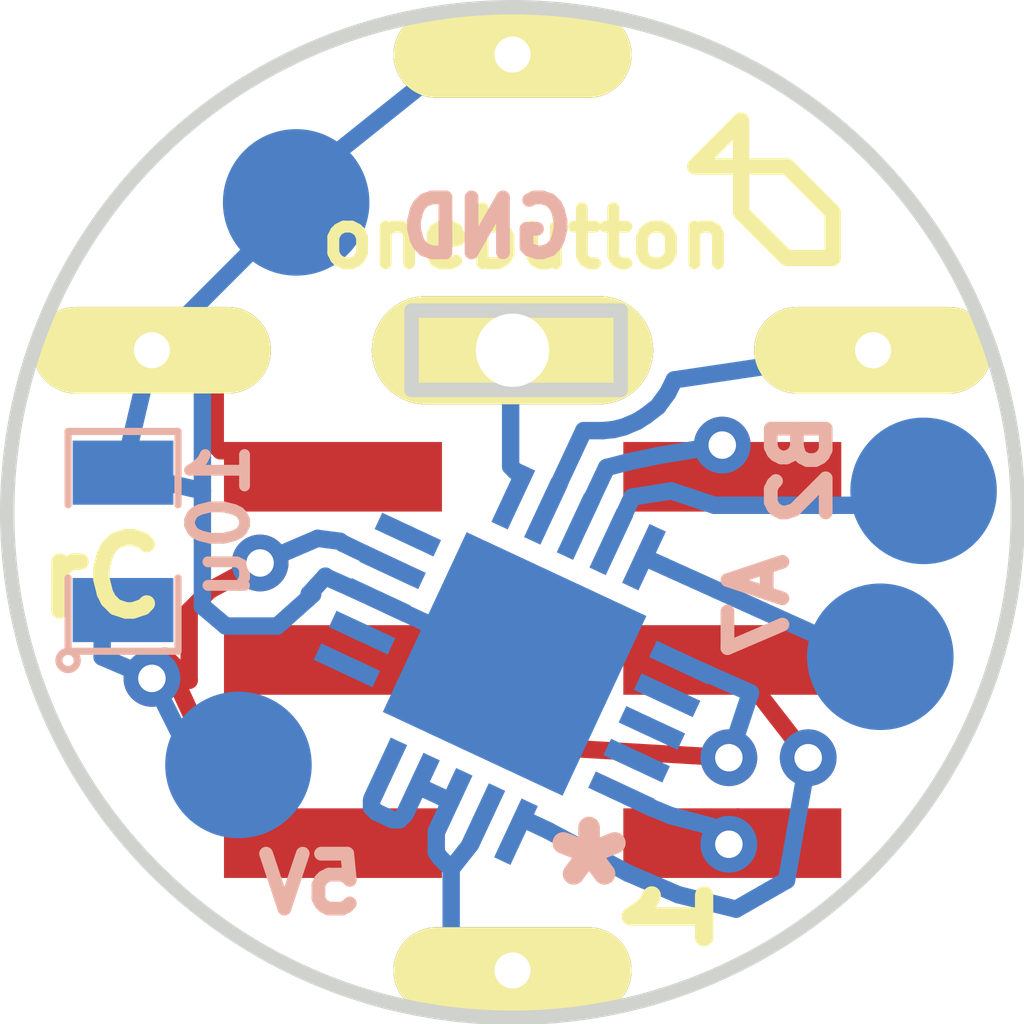
<source format=kicad_pcb>
(kicad_pcb (version 3) (host pcbnew "(2013-jul-07)-stable")

  (general
    (links 21)
    (no_connects 0)
    (area 92.8843 41.7587 107.787033 60.384182)
    (thickness 1.6)
    (drawings 20)
    (tracks 140)
    (zones 0)
    (modules 8)
    (nets 12)
  )

  (page User 139.7 127)
  (layers
    (15 F.Cu signal)
    (0 B.Cu signal)
    (16 B.Adhes user)
    (17 F.Adhes user)
    (18 B.Paste user)
    (19 F.Paste user)
    (20 B.SilkS user)
    (21 F.SilkS user)
    (22 B.Mask user)
    (23 F.Mask user)
    (24 Dwgs.User user)
    (25 Cmts.User user)
    (26 Eco1.User user)
    (27 Eco2.User user)
    (28 Edge.Cuts user)
  )

  (setup
    (last_trace_width 0.2413)
    (trace_clearance 0.2413)
    (zone_clearance 0.508)
    (zone_45_only no)
    (trace_min 0.2413)
    (segment_width 0.2254)
    (edge_width 0.2)
    (via_size 0.7874)
    (via_drill 0.381)
    (via_min_size 0.762)
    (via_min_drill 0.381)
    (uvia_size 0.508)
    (uvia_drill 0.127)
    (uvias_allowed no)
    (uvia_min_size 0.508)
    (uvia_min_drill 0.127)
    (pcb_text_width 0.3)
    (pcb_text_size 1.5 1.5)
    (mod_edge_width 0.15)
    (mod_text_size 1 1)
    (mod_text_width 0.15)
    (pad_size 3.9 1.5)
    (pad_drill 1.016)
    (pad_to_mask_clearance 0.0508)
    (solder_mask_min_width 0.0508)
    (aux_axis_origin 0 0)
    (visible_elements FFFFFFBF)
    (pcbplotparams
      (layerselection 284196865)
      (usegerberextensions true)
      (excludeedgelayer true)
      (linewidth 0.150000)
      (plotframeref false)
      (viasonmask false)
      (mode 1)
      (useauxorigin false)
      (hpglpennumber 1)
      (hpglpenspeed 20)
      (hpglpendiameter 15)
      (hpglpenoverlay 2)
      (psnegative false)
      (psa4output false)
      (plotreference true)
      (plotvalue true)
      (plotothertext true)
      (plotinvisibletext false)
      (padsonsilk false)
      (subtractmaskfromsilk false)
      (outputformat 1)
      (mirror false)
      (drillshape 0)
      (scaleselection 1)
      (outputdirectory t441-onebuttonC-gerbers))
  )

  (net 0 "")
  (net 1 +5V)
  (net 2 GND)
  (net 3 MISO)
  (net 4 MOSI)
  (net 5 N-000008)
  (net 6 N-000009)
  (net 7 RST)
  (net 8 SA)
  (net 9 SB)
  (net 10 SCK)
  (net 11 WS)

  (net_class Default "This is the default net class."
    (clearance 0.2413)
    (trace_width 0.2413)
    (via_dia 0.7874)
    (via_drill 0.381)
    (uvia_dia 0.508)
    (uvia_drill 0.127)
    (add_net "")
    (add_net MISO)
    (add_net MOSI)
    (add_net N-000008)
    (add_net N-000009)
    (add_net RST)
    (add_net SA)
    (add_net SB)
    (add_net SCK)
    (add_net WS)
  )

  (net_class POWER ""
    (clearance 0.2413)
    (trace_width 0.2413)
    (via_dia 0.7874)
    (via_drill 0.381)
    (uvia_dia 0.508)
    (uvia_drill 0.127)
    (add_net +5V)
    (add_net GND)
  )

  (module WS_SWITCH (layer F.Cu) (tedit 55245F3C) (tstamp 54E67376)
    (at 100 50)
    (path /54E66EBF)
    (fp_text reference SW1 (at -0.254 -4.191) (layer F.SilkS) hide
      (effects (font (size 1 1) (thickness 0.15)))
    )
    (fp_text value WS_SWITCH (at 0.127 0.254) (layer F.SilkS) hide
      (effects (font (size 1 1) (thickness 0.15)))
    )
    (pad 1 thru_hole oval (at -5 -2.25) (size 3.3 1.2) (drill 0.5)
      (layers *.Cu *.Mask F.SilkS)
      (net 2 GND)
    )
    (pad 2 thru_hole oval (at 0 -2.25) (size 3.9 1.5) (drill 1.016)
      (layers *.Cu *.Mask F.SilkS)
      (net 9 SB)
    )
    (pad 3 thru_hole oval (at 5 -2.25) (size 3.3 1.2) (drill 0.5)
      (layers *.Cu *.Mask F.SilkS)
      (net 8 SA)
    )
    (pad 4 thru_hole oval (at 0 -6.35) (size 3.3 1.2) (drill 0.5)
      (layers *.Cu *.Mask F.SilkS)
      (net 2 GND)
    )
    (pad 5 thru_hole oval (at 0 6.35) (size 3.3 1.2) (drill 0.5)
      (layers *.Cu *.Mask F.SilkS)
      (net 11 WS)
    )
  )

  (module SM0805 (layer B.Cu) (tedit 552306F7) (tstamp 54D25809)
    (at 94.6 50.4 90)
    (path /54D25909)
    (attr smd)
    (fp_text reference C2 (at 0.03 1.75 90) (layer B.SilkS) hide
      (effects (font (size 1 1) (thickness 0.15)) (justify mirror))
    )
    (fp_text value 10u (at 0.2786 1.3398 90) (layer B.SilkS)
      (effects (font (size 0.762 0.762) (thickness 0.15)) (justify mirror))
    )
    (fp_circle (center -1.651 -0.762) (end -1.651 -0.635) (layer B.SilkS) (width 0.09906))
    (fp_line (start -0.508 -0.762) (end -1.524 -0.762) (layer B.SilkS) (width 0.09906))
    (fp_line (start -1.524 -0.762) (end -1.524 0.762) (layer B.SilkS) (width 0.09906))
    (fp_line (start -1.524 0.762) (end -0.508 0.762) (layer B.SilkS) (width 0.09906))
    (fp_line (start 0.508 0.762) (end 1.524 0.762) (layer B.SilkS) (width 0.09906))
    (fp_line (start 1.524 0.762) (end 1.524 -0.762) (layer B.SilkS) (width 0.09906))
    (fp_line (start 1.524 -0.762) (end 0.508 -0.762) (layer B.SilkS) (width 0.09906))
    (pad 1 smd rect (at -0.9525 0 90) (size 0.889 1.397)
      (layers B.Cu B.Paste B.Mask)
      (net 1 +5V)
    )
    (pad 2 smd rect (at 0.9525 0 90) (size 0.889 1.397)
      (layers B.Cu B.Paste B.Mask)
      (net 2 GND)
    )
    (model smd/chip_cms.wrl
      (at (xyz 0 0 0))
      (scale (xyz 0.1 0.1 0.1))
      (rotate (xyz 0 0 0))
    )
  )

  (module RIBBON6SMT (layer F.Cu) (tedit 54E679FA) (tstamp 54D25820)
    (at 97.5106 54.5846 90)
    (path /54D258DD)
    (fp_text reference J1 (at 0 -3.81 90) (layer F.SilkS) hide
      (effects (font (size 1 1) (thickness 0.15)))
    )
    (fp_text value AVRISP6 (at 2.3799 3.0172 90) (layer F.SilkS) hide
      (effects (font (size 1 1) (thickness 0.15)))
    )
    (pad 2 smd rect (at 0 0 90) (size 0.9652 3.0226)
      (layers F.Cu F.Paste F.Mask)
      (net 1 +5V)
    )
    (pad 4 smd rect (at 2.54 0 90) (size 0.9652 3.0226)
      (layers F.Cu F.Paste F.Mask)
      (net 4 MOSI)
    )
    (pad 6 smd rect (at 5.08 0 90) (size 0.9652 3.0226)
      (layers F.Cu F.Paste F.Mask)
      (net 2 GND)
    )
    (pad 1 smd rect (at 0 5.5372 90) (size 0.9652 3.0226)
      (layers F.Cu F.Paste F.Mask)
      (net 3 MISO)
    )
    (pad 3 smd rect (at 2.54 5.5372 90) (size 0.9652 3.0226)
      (layers F.Cu F.Paste F.Mask)
      (net 10 SCK)
    )
    (pad 5 smd rect (at 5.08 5.5372 90) (size 0.9652 3.0226)
      (layers F.Cu F.Paste F.Mask)
      (net 7 RST)
    )
  )

  (module QFN20 (layer B.Cu) (tedit 54E6A80E) (tstamp 54D25839)
    (at 100.0292 52.0999 65)
    (path /54D2587C)
    (fp_text reference U1 (at -2.49428 2.23012 65) (layer B.SilkS) hide
      (effects (font (size 1 1) (thickness 0.15)) (justify mirror))
    )
    (fp_text value ATTINY441-QFN (at -0.21156 3.50368 65) (layer B.SilkS) hide
      (effects (font (size 1 1) (thickness 0.15)) (justify mirror))
    )
    (pad 21 smd rect (at 0 0 65) (size 2.75 2.75)
      (layers B.Cu B.Paste B.Mask)
      (net 2 GND)
    )
    (pad 1 smd rect (at -2.1 1 65) (size 0.9 0.25)
      (layers B.Cu B.Paste B.Mask)
      (net 10 SCK)
    )
    (pad 2 smd rect (at -2.1 0.5 65) (size 0.9 0.25)
      (layers B.Cu B.Paste B.Mask)
      (net 11 WS)
    )
    (pad 3 smd rect (at -2.1 0 65) (size 0.9 0.25)
      (layers B.Cu B.Paste B.Mask)
      (net 11 WS)
    )
    (pad 4 smd rect (at -2.1 -0.5 65) (size 0.9 0.25)
      (layers B.Cu B.Paste B.Mask)
      (net 11 WS)
    )
    (pad 5 smd rect (at -2.1 -1 65) (size 0.9 0.25)
      (layers B.Cu B.Paste B.Mask)
      (net 11 WS)
    )
    (pad 6 smd rect (at -1 -2.1 335) (size 0.9 0.25)
      (layers B.Cu B.Paste B.Mask)
    )
    (pad 7 smd rect (at -0.5 -2.1 335) (size 0.9 0.25)
      (layers B.Cu B.Paste B.Mask)
    )
    (pad 8 smd rect (at 0 -2.1 335) (size 0.9 0.25)
      (layers B.Cu B.Paste B.Mask)
      (net 2 GND)
    )
    (pad 9 smd rect (at 0.5 -2.1 335) (size 0.9 0.25)
      (layers B.Cu B.Paste B.Mask)
      (net 1 +5V)
    )
    (pad 10 smd rect (at 1 -2.1 335) (size 0.9 0.25)
      (layers B.Cu B.Paste B.Mask)
    )
    (pad 11 smd rect (at 2.1 -1 245) (size 0.9 0.25)
      (layers B.Cu B.Paste B.Mask)
      (net 9 SB)
    )
    (pad 12 smd rect (at 2.1 -0.5 245) (size 0.9 0.25)
      (layers B.Cu B.Paste B.Mask)
      (net 8 SA)
    )
    (pad 13 smd rect (at 2.1 0 245) (size 0.9 0.25)
      (layers B.Cu B.Paste B.Mask)
      (net 7 RST)
    )
    (pad 14 smd rect (at 2.1 0.5 245) (size 0.9 0.25)
      (layers B.Cu B.Paste B.Mask)
      (net 5 N-000008)
    )
    (pad 15 smd rect (at 2.1 1 245) (size 0.9 0.25)
      (layers B.Cu B.Paste B.Mask)
      (net 6 N-000009)
    )
    (pad 16 smd rect (at 1 2.1 155) (size 0.9 0.25)
      (layers B.Cu B.Paste B.Mask)
      (net 4 MOSI)
    )
    (pad 17 smd rect (at 0.5 2.1 155) (size 0.9 0.25)
      (layers B.Cu B.Paste B.Mask)
    )
    (pad 18 smd rect (at 0 2.1 155) (size 0.9 0.25)
      (layers B.Cu B.Paste B.Mask)
    )
    (pad 19 smd rect (at -0.5 2.1 155) (size 0.9 0.25)
      (layers B.Cu B.Paste B.Mask)
    )
    (pad 20 smd rect (at -1 2.1 155) (size 0.9 0.25)
      (layers B.Cu B.Paste B.Mask)
      (net 3 MISO)
    )
  )

  (module .1SMTPIN (layer B.Cu) (tedit 55245E9D) (tstamp 552304F5)
    (at 105.1 52)
    (path /552304AD)
    (fp_text reference P1 (at 0 0) (layer B.SilkS) hide
      (effects (font (size 1.524 1.524) (thickness 0.3048)) (justify mirror))
    )
    (fp_text value A7 (at -1.7 -0.7 90) (layer B.SilkS)
      (effects (font (size 0.762 0.762) (thickness 0.1905)) (justify mirror))
    )
    (pad 1 smd circle (at 0 0) (size 2.032 2.032)
      (layers B.Cu B.Paste B.Mask)
      (net 6 N-000009)
    )
  )

  (module .1SMTPIN (layer B.Cu) (tedit 55245E9A) (tstamp 552304FA)
    (at 105.7 49.7)
    (path /552304F5)
    (fp_text reference P2 (at 0 0) (layer B.SilkS) hide
      (effects (font (size 1.524 1.524) (thickness 0.3048)) (justify mirror))
    )
    (fp_text value B2 (at -1.7 -0.3 90) (layer B.SilkS)
      (effects (font (size 0.762 0.762) (thickness 0.1905)) (justify mirror))
    )
    (pad 1 smd circle (at 0 0) (size 2.032 2.032)
      (layers B.Cu B.Paste B.Mask)
      (net 5 N-000008)
    )
  )

  (module .1SMTPIN (layer B.Cu) (tedit 552306D6) (tstamp 55230698)
    (at 96.2 53.5)
    (path /5523066C)
    (fp_text reference P3 (at 0 0) (layer B.SilkS) hide
      (effects (font (size 1.524 1.524) (thickness 0.3048)) (justify mirror))
    )
    (fp_text value 5V (at 1 1.65) (layer B.SilkS)
      (effects (font (size 0.762 0.762) (thickness 0.1905)) (justify mirror))
    )
    (pad 1 smd circle (at 0 0) (size 2.032 2.032)
      (layers B.Cu B.Paste B.Mask)
      (net 1 +5V)
    )
  )

  (module .1SMTPIN (layer B.Cu) (tedit 552306FF) (tstamp 5523069D)
    (at 97 45.7)
    (path /55230672)
    (fp_text reference P4 (at 0 0) (layer B.SilkS) hide
      (effects (font (size 1.524 1.524) (thickness 0.3048)) (justify mirror))
    )
    (fp_text value GND (at 2.65 0.35) (layer B.SilkS)
      (effects (font (size 0.762 0.762) (thickness 0.1905)) (justify mirror))
    )
    (pad 1 smd circle (at 0 0) (size 2.032 2.032)
      (layers B.Cu B.Paste B.Mask)
      (net 2 GND)
    )
  )

  (gr_line (start 98.6 48.3) (end 98.6 47.2) (angle 90) (layer Edge.Cuts) (width 0.2))
  (gr_line (start 101.5 48.3) (end 98.6 48.3) (angle 90) (layer Edge.Cuts) (width 0.2))
  (gr_line (start 101.5 47.2) (end 101.5 48.3) (angle 90) (layer Edge.Cuts) (width 0.2))
  (gr_line (start 98.6 47.2) (end 101.5 47.2) (angle 90) (layer Edge.Cuts) (width 0.2))
  (gr_circle (center 100 50) (end 107 49.7) (layer Edge.Cuts) (width 0.2))
  (gr_text onebutton (at 100.2 46.2) (layer F.SilkS)
    (effects (font (size 0.762 0.762) (thickness 0.1651)))
  )
  (gr_text rC (at 94.3 50.9) (layer F.SilkS)
    (effects (font (size 1.016 1.016) (thickness 0.2286)))
  )
  (gr_text * (at 101.06152 55.18912) (layer B.SilkS)
    (effects (font (size 1.5 1.5) (thickness 0.3)) (justify mirror))
  )
  (gr_text 1 (at 102.2 55.6 90) (layer F.SilkS)
    (effects (font (size 1.016 1.016) (thickness 0.254)) (justify mirror))
  )
  (gr_line (start 104.4391 45.8367) (end 104.4391 46.4717) (angle 90) (layer F.SilkS) (width 0.2254))
  (gr_line (start 103.8041 45.2017) (end 104.4391 45.8367) (angle 90) (layer F.SilkS) (width 0.2254))
  (gr_line (start 103.1691 45.2017) (end 103.8041 45.2017) (angle 90) (layer F.SilkS) (width 0.2254))
  (gr_line (start 102.5341 45.2017) (end 103.1691 45.2017) (angle 90) (layer F.SilkS) (width 0.2254))
  (gr_line (start 103.1691 44.5667) (end 102.5341 45.2017) (angle 90) (layer F.SilkS) (width 0.2254))
  (gr_line (start 103.1691 45.2017) (end 103.1691 44.5667) (angle 90) (layer F.SilkS) (width 0.2254))
  (gr_line (start 102.5341 45.2017) (end 103.1691 45.2017) (angle 90) (layer F.SilkS) (width 0.2))
  (gr_line (start 103.1691 45.2017) (end 102.5341 45.2017) (angle 90) (layer F.SilkS) (width 0.2))
  (gr_line (start 103.1691 45.8367) (end 103.1691 45.2017) (angle 90) (layer F.SilkS) (width 0.2254))
  (gr_line (start 103.8041 46.4717) (end 103.1691 45.8367) (angle 90) (layer F.SilkS) (width 0.2254))
  (gr_line (start 104.4391 46.4717) (end 103.8041 46.4717) (angle 90) (layer F.SilkS) (width 0.2254))

  (segment (start 94.3102 52) (end 94.3102 51.6423) (width 0.2413) (layer B.Cu) (net 1))
  (segment (start 94.3102 51.6423) (end 94.6 51.3525) (width 0.2413) (layer B.Cu) (net 1) (tstamp 55245DDE))
  (segment (start 96 54.3) (end 95 52.3) (width 0.2413) (layer B.Cu) (net 1) (tstamp 552306D5))
  (segment (start 94.3102 51.9811) (end 94.3102 52) (width 0.2413) (layer B.Cu) (net 1))
  (segment (start 94.3102 52) (end 94.3102 52.00396) (width 0.2413) (layer B.Cu) (net 1) (tstamp 55245DDC))
  (segment (start 95.355733 52.388613) (end 95.355733 52.388612) (width 0.2413) (layer F.Cu) (net 1) (tstamp 54E6C84E))
  (segment (start 95.088613 52.388613) (end 95.355733 52.388613) (width 0.2413) (layer F.Cu) (net 1) (tstamp 54E6C84C))
  (segment (start 95 52.3) (end 95.088613 52.388613) (width 0.2413) (layer F.Cu) (net 1) (tstamp 54E6C84B))
  (via (at 95 52.3) (size 0.7874) (layers F.Cu B.Cu) (net 1))
  (segment (start 94.3102 52.00396) (end 95 52.3) (width 0.2413) (layer B.Cu) (net 1) (tstamp 54E6C847))
  (via (at 96.5 50.7) (size 0.7874) (layers F.Cu B.Cu) (net 1))
  (segment (start 97.29724 50.35804) (end 96.5 50.7) (width 0.2413) (layer B.Cu) (net 1))
  (segment (start 97.60712 50.39868) (end 97.29724 50.35804) (width 0.2413) (layer B.Cu) (net 1))
  (segment (start 97.64822 50.42838) (end 97.60712 50.39868) (width 0.2413) (layer B.Cu) (net 1))
  (segment (start 98.0407 50.6161) (end 97.64822 50.42838) (width 0.2413) (layer B.Cu) (net 1))
  (segment (start 98.3373 50.7592) (end 98.0407 50.6161) (width 0.2413) (layer B.Cu) (net 1))
  (segment (start 95.7993 51.0792) (end 96.5 50.7) (width 0.2413) (layer F.Cu) (net 1))
  (segment (start 95.5165 51.362) (end 95.7993 51.0792) (width 0.2413) (layer F.Cu) (net 1))
  (segment (start 95.5165 52.3272) (end 95.5165 51.362) (width 0.2413) (layer F.Cu) (net 1))
  (segment (start 95.17506 51.992) (end 95.5165 52.3272) (width 0.2413) (layer F.Cu) (net 1))
  (segment (start 96.12 54.052) (end 95.355733 52.388612) (width 0.2413) (layer F.Cu) (net 1))
  (segment (start 95.355733 52.388612) (end 95.17506 51.992) (width 0.2413) (layer F.Cu) (net 1) (tstamp 54E6C84F))
  (segment (start 96.12 54.102) (end 96.12 54.052) (width 0.2413) (layer F.Cu) (net 1))
  (segment (start 96.12 54.2227) (end 96.12 54.102) (width 0.2413) (layer F.Cu) (net 1))
  (segment (start 97.5106 54.5846) (end 96.12 54.2227) (width 0.2413) (layer F.Cu) (net 1))
  (segment (start 95.7 49.7) (end 94.6 49.4475) (width 0.2413) (layer B.Cu) (net 2) (tstamp 55245EC1) (status 800000))
  (segment (start 94.6 49.4475) (end 95 47.75) (width 0.2413) (layer B.Cu) (net 2) (tstamp 55245EBA) (status C00000))
  (segment (start 96.5475 45.5) (end 97.2 45.3) (width 0.2413) (layer B.Cu) (net 2))
  (segment (start 98.7 44.1) (end 100 43.65) (width 0.2413) (layer B.Cu) (net 2) (tstamp 54E6C832) (status 800000))
  (segment (start 97.2 45.3) (end 98.7 44.1) (width 0.2413) (layer B.Cu) (net 2) (tstamp 54E6C831))
  (segment (start 96.5475 45.5) (end 96.5475 46.2025) (width 0.2413) (layer B.Cu) (net 2))
  (segment (start 96.5475 46.2025) (end 95 47.75) (width 0.2413) (layer B.Cu) (net 2) (tstamp 54E6A7E0))
  (segment (start 98.8914 51.5719) (end 100.0292 52.0999) (width 0.2413) (layer B.Cu) (net 2))
  (segment (start 98.782 51.5209) (end 98.8914 51.5719) (width 0.2413) (layer B.Cu) (net 2))
  (segment (start 98.5323 51.4059) (end 98.782 51.5209) (width 0.2413) (layer B.Cu) (net 2))
  (segment (start 98.4229 51.3549) (end 98.5323 51.4059) (width 0.2413) (layer B.Cu) (net 2))
  (segment (start 98.126 51.2124) (end 98.4229 51.3549) (width 0.2413) (layer B.Cu) (net 2))
  (segment (start 97.8258 51.0771) (end 98.126 51.2124) (width 0.2413) (layer B.Cu) (net 2))
  (segment (start 97.41916 50.89652) (end 97.8258 51.0771) (width 0.2413) (layer B.Cu) (net 2))
  (segment (start 97.40666 50.88422) (end 97.41916 50.89652) (width 0.2413) (layer B.Cu) (net 2))
  (segment (start 97.40576 50.88342) (end 97.40666 50.88422) (width 0.2413) (layer B.Cu) (net 2))
  (segment (start 97.1804 51.1302) (end 97.40576 50.88342) (width 0.2413) (layer B.Cu) (net 2))
  (segment (start 97.22708 51.13756) (end 97.1804 51.1302) (width 0.2413) (layer B.Cu) (net 2))
  (segment (start 96.7392 51.5739) (end 97.22708 51.13756) (width 0.2413) (layer B.Cu) (net 2))
  (segment (start 96.0232 51.5739) (end 96.7392 51.5739) (width 0.2413) (layer B.Cu) (net 2))
  (segment (start 95.7 51.3) (end 96.0232 51.5739) (width 0.2413) (layer B.Cu) (net 2))
  (segment (start 95.5169 47.75) (end 95.7 48.3) (width 0.2413) (layer B.Cu) (net 2))
  (segment (start 95.7 48.3) (end 95.7 49.7) (width 0.2413) (layer B.Cu) (net 2) (tstamp 54E6C851))
  (segment (start 95.7 49.7) (end 95.7 51.3) (width 0.2413) (layer B.Cu) (net 2) (tstamp 55245EBF))
  (segment (start 95 47.75) (end 95.5169 47.75) (width 0.2413) (layer B.Cu) (net 2))
  (segment (start 95.8786 47.75) (end 95 47.75) (width 0.2413) (layer F.Cu) (net 2))
  (segment (start 95.8786 49.072) (end 95.8786 47.75) (width 0.2413) (layer F.Cu) (net 2))
  (segment (start 95.9493 49.1427) (end 95.8786 49.072) (width 0.2413) (layer F.Cu) (net 2))
  (segment (start 95.9993 49.1427) (end 95.9493 49.1427) (width 0.2413) (layer F.Cu) (net 2))
  (segment (start 96.12 49.1427) (end 95.9993 49.1427) (width 0.2413) (layer F.Cu) (net 2))
  (segment (start 97.5106 49.5046) (end 96.12 49.1427) (width 0.2413) (layer F.Cu) (net 2))
  (via (at 103 54.6) (size 0.7874) (layers F.Cu B.Cu) (net 3))
  (segment (start 102.75 54.35) (end 103 54.6) (width 0.2413) (layer B.Cu) (net 3))
  (segment (start 102.19436 54.2036) (end 102.75 54.35) (width 0.2413) (layer B.Cu) (net 3))
  (segment (start 101.9319 54.095) (end 102.19436 54.2036) (width 0.2413) (layer B.Cu) (net 3))
  (segment (start 101.9159 54.0876) (end 101.9319 54.095) (width 0.2413) (layer B.Cu) (net 3))
  (segment (start 101.8065 54.0366) (end 101.9159 54.0876) (width 0.2413) (layer B.Cu) (net 3))
  (segment (start 101.5098 53.8937) (end 101.8065 54.0366) (width 0.2413) (layer B.Cu) (net 3))
  (segment (start 103.1229 54.2227) (end 103.0478 54.5846) (width 0.2413) (layer F.Cu) (net 3))
  (segment (start 104.25 54.3) (end 103.1229 54.2227) (width 0.2413) (layer F.Cu) (net 3))
  (segment (start 103 54.6) (end 104.25 54.3) (width 0.2413) (layer F.Cu) (net 3))
  (segment (start 102.355065 52.081091) (end 103.3 52.5) (width 0.2413) (layer B.Cu) (net 4) (tstamp 55245E84) (status 400000))
  (segment (start 98.9012 51.6827) (end 97.5106 52.0446) (width 0.2413) (layer F.Cu) (net 4))
  (segment (start 99.0219 51.6827) (end 98.9012 51.6827) (width 0.2413) (layer F.Cu) (net 4))
  (segment (start 99.0719 51.6827) (end 99.0219 51.6827) (width 0.2413) (layer F.Cu) (net 4))
  (segment (start 100.45 53.25) (end 99.0719 51.6827) (width 0.2413) (layer F.Cu) (net 4))
  (segment (start 103 53.4) (end 100.45 53.25) (width 0.2413) (layer F.Cu) (net 4))
  (via (at 103 53.4) (size 0.7874) (layers F.Cu B.Cu) (net 4))
  (segment (start 103.3 52.5) (end 103 53.4) (width 0.2413) (layer B.Cu) (net 4) (tstamp 55245E88))
  (segment (start 101.369852 50.407963) (end 101.65842 49.78654) (width 0.2413) (layer B.Cu) (net 5) (tstamp 5523062C))
  (segment (start 103.7 49.9) (end 105.85 49.9) (width 0.2413) (layer B.Cu) (net 5) (tstamp 55230635))
  (segment (start 102.8 49.9) (end 103.7 49.9) (width 0.2413) (layer B.Cu) (net 5) (tstamp 55230634))
  (segment (start 102.2 49.7) (end 102.8 49.9) (width 0.2413) (layer B.Cu) (net 5) (tstamp 55230632))
  (segment (start 101.65842 49.78654) (end 102.2 49.7) (width 0.2413) (layer B.Cu) (net 5) (tstamp 5523062E))
  (segment (start 101.823006 50.619272) (end 104.55 51.85) (width 0.2413) (layer B.Cu) (net 6) (tstamp 55230610))
  (segment (start 100.916698 50.196654) (end 101.30536 49.37506) (width 0.2413) (layer B.Cu) (net 7) (tstamp 5523087A))
  (segment (start 102.9081 49.06518) (end 103.0478 49.5046) (width 0.2413) (layer F.Cu) (net 7) (tstamp 55230897))
  (via (at 102.9081 49.06518) (size 0.7874) (layers F.Cu B.Cu) (net 7))
  (segment (start 102.80142 49.08042) (end 102.9081 49.06518) (width 0.2413) (layer B.Cu) (net 7) (tstamp 55230894))
  (segment (start 102.01148 49.2125) (end 102.80142 49.08042) (width 0.2413) (layer B.Cu) (net 7) (tstamp 55230890))
  (segment (start 101.61524 49.29632) (end 102.01148 49.2125) (width 0.2413) (layer B.Cu) (net 7) (tstamp 5523088D))
  (segment (start 101.30536 49.37506) (end 101.61524 49.29632) (width 0.2413) (layer B.Cu) (net 7) (tstamp 5523087E))
  (segment (start 100.463544 49.985345) (end 100.98786 48.86452) (width 0.2413) (layer B.Cu) (net 8) (tstamp 55230846))
  (segment (start 102.24262 48.16094) (end 105 47.75) (width 0.2413) (layer B.Cu) (net 8) (tstamp 5523085E))
  (segment (start 102.15372 48.34128) (end 102.24262 48.16094) (width 0.2413) (layer B.Cu) (net 8) (tstamp 5523085B))
  (segment (start 102.01402 48.53178) (end 102.15372 48.34128) (width 0.2413) (layer B.Cu) (net 8) (tstamp 55230858))
  (segment (start 101.84892 48.65878) (end 102.01402 48.53178) (width 0.2413) (layer B.Cu) (net 8) (tstamp 55230856))
  (segment (start 101.72954 48.73498) (end 101.84892 48.65878) (width 0.2413) (layer B.Cu) (net 8) (tstamp 55230855))
  (segment (start 101.54412 48.81372) (end 101.72954 48.73498) (width 0.2413) (layer B.Cu) (net 8) (tstamp 55230853))
  (segment (start 101.40188 48.84928) (end 101.54412 48.81372) (width 0.2413) (layer B.Cu) (net 8) (tstamp 55230850))
  (segment (start 101.25202 48.86452) (end 101.40188 48.84928) (width 0.2413) (layer B.Cu) (net 8) (tstamp 5523084C))
  (segment (start 100.98786 48.86452) (end 101.25202 48.86452) (width 0.2413) (layer B.Cu) (net 8) (tstamp 5523084A))
  (segment (start 100.1449 49.4755) (end 100.0104 49.774) (width 0.2413) (layer B.Cu) (net 9))
  (segment (start 100.0355 49.4245) (end 100.1449 49.4755) (width 0.2413) (layer B.Cu) (net 9))
  (segment (start 99.9739 49.3603) (end 100.0355 49.4245) (width 0.2413) (layer B.Cu) (net 9))
  (segment (start 99.9739 47.75) (end 99.9739 49.3603) (width 0.2413) (layer B.Cu) (net 9))
  (segment (start 100 47.75) (end 99.9739 47.75) (width 0.2413) (layer B.Cu) (net 9))
  (segment (start 104.1 53.4) (end 103.8 55.1) (width 0.2413) (layer B.Cu) (net 10) (tstamp 55245E64))
  (segment (start 104.1 53.4) (end 103.0478 52.0446) (width 0.2413) (layer F.Cu) (net 10))
  (segment (start 103.0478 52.0446) (end 104.3743 52.4065) (width 0.2413) (layer F.Cu) (net 10))
  (segment (start 103.0478 52.0446) (end 104.3743 52.4065) (width 0.2413) (layer F.Cu) (net 10))
  (segment (start 100.1377 54.2437) (end 100.048 54.4258) (width 0.2413) (layer B.Cu) (net 10))
  (segment (start 100.1377 54.2437) (end 100.2471 54.2947) (width 0.2413) (layer B.Cu) (net 10))
  (segment (start 100.2471 54.2947) (end 100.4943 54.41) (width 0.2413) (layer B.Cu) (net 10))
  (segment (start 100.4943 54.41) (end 101.6 55) (width 0.2413) (layer B.Cu) (net 10))
  (via (at 104.1 53.4) (size 0.7874) (layers F.Cu B.Cu) (net 10))
  (segment (start 102.3 55.3) (end 101.6 55) (width 0.2413) (layer B.Cu) (net 10) (tstamp 55245E6A))
  (segment (start 103.1 55.5) (end 102.3 55.3) (width 0.2413) (layer B.Cu) (net 10) (tstamp 55245E69))
  (segment (start 103.8 55.1) (end 103.1 55.5) (width 0.2413) (layer B.Cu) (net 10) (tstamp 55245E67))
  (segment (start 99.1378 54.0013) (end 99.1417 54.0031) (width 0.2413) (layer B.Cu) (net 11))
  (segment (start 99.0284 53.9503) (end 99.1378 54.0013) (width 0.2413) (layer B.Cu) (net 11))
  (segment (start 98.8018 53.8446) (end 99.0284 53.9503) (width 0.2413) (layer B.Cu) (net 11))
  (segment (start 98.6924 53.7936) (end 98.8018 53.8446) (width 0.2413) (layer B.Cu) (net 11))
  (segment (start 98.6885 53.7918) (end 98.6924 53.7936) (width 0.2413) (layer B.Cu) (net 11))
  (segment (start 99.0009 54.3008) (end 99.1417 54.0031) (width 0.2413) (layer B.Cu) (net 11))
  (segment (start 98.9499 54.4102) (end 99.0009 54.3008) (width 0.2413) (layer B.Cu) (net 11))
  (segment (start 98.943 54.4252) (end 98.9499 54.4102) (width 0.2413) (layer B.Cu) (net 11))
  (segment (start 98.943 54.7138) (end 98.943 54.4252) (width 0.2413) (layer B.Cu) (net 11))
  (segment (start 98.9963 54.788) (end 98.943 54.7138) (width 0.2413) (layer B.Cu) (net 11))
  (segment (start 99.1496 54.9414) (end 98.9963 54.788) (width 0.2413) (layer B.Cu) (net 11))
  (segment (start 99.1496 56.35) (end 100 56.35) (width 0.2413) (layer B.Cu) (net 11))
  (segment (start 99.1496 54.9414) (end 99.1496 56.35) (width 0.2413) (layer B.Cu) (net 11))
  (segment (start 99.4026 54.6213) (end 99.1496 54.9414) (width 0.2413) (layer B.Cu) (net 11))
  (segment (start 99.4536 54.5119) (end 99.4026 54.6213) (width 0.2413) (layer B.Cu) (net 11))
  (segment (start 99.5949 54.2145) (end 99.4536 54.5119) (width 0.2413) (layer B.Cu) (net 11))
  (segment (start 98.1001 53.8807) (end 98.2354 53.5805) (width 0.2413) (layer B.Cu) (net 11))
  (segment (start 98.0491 53.9901) (end 98.1001 53.8807) (width 0.2413) (layer B.Cu) (net 11))
  (segment (start 98.0451 53.9942) (end 98.0491 53.9901) (width 0.2413) (layer B.Cu) (net 11))
  (segment (start 98.0451 54.0882) (end 98.0451 53.9942) (width 0.2413) (layer B.Cu) (net 11))
  (segment (start 98.1115 54.1546) (end 98.0451 54.0882) (width 0.2413) (layer B.Cu) (net 11))
  (segment (start 98.338 54.2602) (end 98.1115 54.1546) (width 0.2413) (layer B.Cu) (net 11))
  (segment (start 98.432 54.2602) (end 98.338 54.2602) (width 0.2413) (layer B.Cu) (net 11))
  (segment (start 98.4962 54.1986) (end 98.432 54.2602) (width 0.2413) (layer B.Cu) (net 11))
  (segment (start 98.5472 54.0892) (end 98.4962 54.1986) (width 0.2413) (layer B.Cu) (net 11))
  (segment (start 98.6885 53.7918) (end 98.5472 54.0892) (width 0.2413) (layer B.Cu) (net 11))

)

</source>
